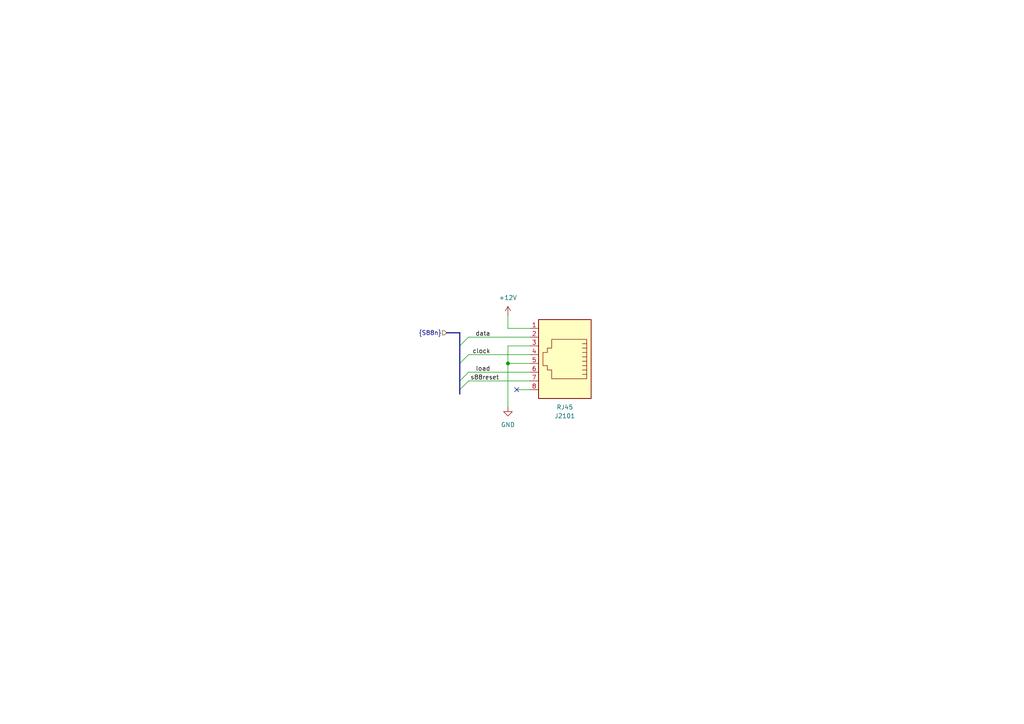
<source format=kicad_sch>
(kicad_sch (version 20230121) (generator eeschema)
  (paper "A4")
  (lib_symbols
    (symbol "Connector:RJ45" (pin_names (offset 1.016))
      (property "Reference" "J" (at -5.08 13.97 0))
      (property "Value" "RJ45" (at 2.54 13.97 0))
      (symbol "RJ45_0_1"
        (polyline (pts (xy -5.08 4.445) (xy -6.35 4.445)))
        (polyline (pts (xy -5.08 5.715) (xy -6.35 5.715)))
        (polyline (pts (xy -6.35 -3.175) (xy -5.08 -3.175) (xy -5.08 -3.175)))
        (polyline (pts (xy -6.35 -1.905) (xy -5.08 -1.905) (xy -5.08 -1.905)))
        (polyline (pts (xy -6.35 -0.635) (xy -5.08 -0.635) (xy -5.08 -0.635)))
        (polyline (pts (xy -6.35 0.635) (xy -5.08 0.635) (xy -5.08 0.635)))
        (polyline (pts (xy -6.35 1.905) (xy -5.08 1.905) (xy -5.08 1.905)))
        (polyline (pts (xy -5.08 3.175) (xy -6.35 3.175) (xy -6.35 3.175)))
        (polyline (pts (xy -6.35 -4.445) (xy -6.35 6.985) (xy 3.81 6.985) (xy 3.81 4.445) (xy 5.08 4.445) (xy 5.08 3.175) (xy 6.35 3.175) (xy 6.35 -0.635) (xy 5.08 -0.635) (xy 5.08 -1.905) (xy 3.81 -1.905) (xy 3.81 -4.445) (xy -6.35 -4.445) (xy -6.35 -4.445)))
        (rectangle (start 7.62 12.7) (end -7.62 -10.16) (stroke (width 0.254)) (fill (type background)))
      )
      (symbol "RJ45_1_1"
        (pin passive line (at 10.16 -7.62 180) (length 2.54) (name "~") (number "1"))
        (pin passive line (at 10.16 -5.08 180) (length 2.54) (name "~") (number "2"))
        (pin passive line (at 10.16 -2.54 180) (length 2.54) (name "~") (number "3"))
        (pin passive line (at 10.16 0 180) (length 2.54) (name "~") (number "4"))
        (pin passive line (at 10.16 2.54 180) (length 2.54) (name "~") (number "5"))
        (pin passive line (at 10.16 5.08 180) (length 2.54) (name "~") (number "6"))
        (pin passive line (at 10.16 7.62 180) (length 2.54) (name "~") (number "7"))
        (pin passive line (at 10.16 10.16 180) (length 2.54) (name "~") (number "8"))
      )
    )
    (symbol "power:+12V" (power) (pin_names (offset 0))
      (property "Value" "+12V" (at 0 3.556 0))
      (symbol "+12V_0_1"
        (polyline (pts (xy -0.762 1.27) (xy 0 2.54)))
        (polyline (pts (xy 0 0) (xy 0 2.54)))
        (polyline (pts (xy 0 2.54) (xy 0.762 1.27)))
      )
      (symbol "+12V_1_1"
        (pin power_in line (at 0 0 90) (length 0) hide (name "+12V") (number "1"))
      )
    )
    (symbol "power:GND" (power) (pin_names (offset 0))
      (property "Value" "GND" (at 0 -3.81 0))
      (symbol "GND_0_1"
        (polyline (pts (xy 0 0) (xy 0 -1.27) (xy 1.27 -1.27) (xy 0 -2.54) (xy -1.27 -1.27) (xy 0 -1.27)))
      )
      (symbol "GND_1_1"
        (pin power_in line (at 0 0 270) (length 0) hide (name "GND") (number "1"))
      )
    )
  )
  (junction (at 147.32 105.41))
  (no_connect (at 149.86 113.03))
  (bus_entry (at 133.35 113.03) (size 2.54 -2.54))
  (bus_entry (at 133.35 105.41) (size 2.54 -2.54))
  (bus_entry (at 133.35 100.33) (size 2.54 -2.54))
  (bus_entry (at 133.35 110.49) (size 2.54 -2.54))
  (bus (pts (xy 133.35 100.33) (xy 133.35 105.41)))
  (wire (pts (xy 149.86 113.03) (xy 153.67 113.03)))
  (wire (pts (xy 147.32 100.33) (xy 153.67 100.33)))
  (wire (pts (xy 135.89 102.87) (xy 153.67 102.87)))
  (wire (pts (xy 135.89 97.79) (xy 153.67 97.79)))
  (wire (pts (xy 147.32 105.41) (xy 147.32 100.33)))
  (bus (pts (xy 133.35 113.03) (xy 133.35 114.3)))
  (wire (pts (xy 153.67 105.41) (xy 147.32 105.41)))
  (wire (pts (xy 147.32 91.44) (xy 147.32 95.25)))
  (bus (pts (xy 129.54 96.52) (xy 133.35 96.52)))
  (bus (pts (xy 133.35 105.41) (xy 133.35 110.49)))
  (wire (pts (xy 147.32 95.25) (xy 153.67 95.25)))
  (bus (pts (xy 133.35 110.49) (xy 133.35 113.03)))
  (wire (pts (xy 135.89 107.95) (xy 153.67 107.95)))
  (wire (pts (xy 135.89 110.49) (xy 153.67 110.49)))
  (bus (pts (xy 133.35 96.52) (xy 133.35 100.33)))
  (wire (pts (xy 147.32 105.41) (xy 147.32 118.11)))
  (label "load" (at 142.24 107.95 180))
  (label "clock" (at 142.24 102.87 180))
  (label "s88reset" (at 144.78 110.49 180))
  (label "data" (at 142.24 97.79 180))
  (hierarchical_label "{S88n}" (shape input) (at 129.54 96.52 180))
  (symbol (lib_id "Connector:RJ45") (at 163.83 102.87 180) (unit 1)
    (property "Reference" "J2101" (at 163.83 120.65 0))
    (property "Value" "RJ45" (at 163.83 118.11 0))
    (property "Footprint" "Connector_RJ:RJ45_Amphenol_54602-x08_Horizontal" (effects hide))
    (property "JLCPCB Part#" "C2847314" (effects hide))
    (instances (project "central_bare_minimum" (path "" (reference "J2101") (unit 1))) (project "OS-S88n" (path "" (reference "J2101") (unit 1))) (project "DCC_EX_COMMAND_STATION" (path "" (reference "J1301") (unit 1))))
  )
  (symbol (lib_id "power:GND") (at 147.32 118.11 0) (unit 1)
    (property "Reference" "#PWR01301" (effects hide))
    (property "Value" "GND" (at 147.32 123.19 0))
  )
  (symbol (lib_id "power:+12V") (at 147.32 91.44 0) (unit 1)
    (property "Reference" "#PWR01302" (effects hide))
    (property "Value" "+12V" (at 147.32 86.36 0))
  )
)
</source>
